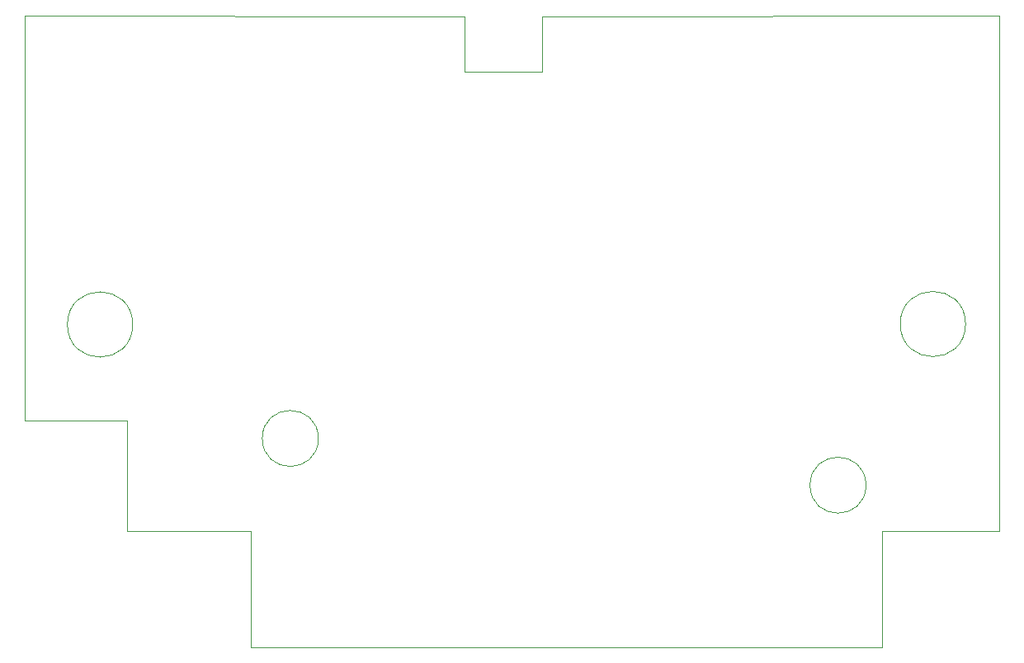
<source format=gbr>
%TF.GenerationSoftware,KiCad,Pcbnew,8.0.1*%
%TF.CreationDate,2024-04-23T05:18:21-03:00*%
%TF.ProjectId,pico-msxcart,7069636f-2d6d-4737-9863-6172742e6b69,rev?*%
%TF.SameCoordinates,Original*%
%TF.FileFunction,Profile,NP*%
%FSLAX46Y46*%
G04 Gerber Fmt 4.6, Leading zero omitted, Abs format (unit mm)*
G04 Created by KiCad (PCBNEW 8.0.1) date 2024-04-23 05:18:21*
%MOMM*%
%LPD*%
G01*
G04 APERTURE LIST*
%TA.AperFunction,Profile*%
%ADD10C,0.050000*%
%TD*%
G04 APERTURE END LIST*
D10*
X90106000Y-65907200D02*
X133656748Y-65936549D01*
X135286909Y-65937919D02*
X135280400Y-71628000D01*
X143205200Y-71628000D02*
X143205200Y-65989200D01*
X190116000Y-65907200D02*
X143205200Y-65989200D01*
X135280400Y-71628000D02*
X143205200Y-71628000D01*
X133656748Y-65936549D02*
X135286909Y-65937919D01*
%TO.C,J1*%
X90110400Y-107426200D02*
X90106000Y-65907200D01*
X100616000Y-107426200D02*
X90110400Y-107426200D01*
X100616000Y-118777200D02*
X100616000Y-107426200D01*
X113316000Y-118777200D02*
X100616000Y-118777200D01*
X113326000Y-130687200D02*
X113316000Y-118777200D01*
X178096000Y-118777200D02*
X178096000Y-130687200D01*
X178096000Y-130687200D02*
X113326000Y-130687200D01*
X190116000Y-65907200D02*
X190116000Y-118777200D01*
X190116000Y-118777200D02*
X178096000Y-118777200D01*
X101195284Y-97577200D02*
G75*
G02*
X94496716Y-97577200I-3349284J0D01*
G01*
X94496716Y-97577200D02*
G75*
G02*
X101195284Y-97577200I3349284J0D01*
G01*
X120240456Y-109277200D02*
G75*
G02*
X114491544Y-109277200I-2874456J0D01*
G01*
X114491544Y-109277200D02*
G75*
G02*
X120240456Y-109277200I2874456J0D01*
G01*
X176438716Y-114077200D02*
G75*
G02*
X170693284Y-114077200I-2872716J0D01*
G01*
X170693284Y-114077200D02*
G75*
G02*
X176438716Y-114077200I2872716J0D01*
G01*
X186656000Y-97527200D02*
G75*
G02*
X179957432Y-97527200I-3349284J0D01*
G01*
X179957432Y-97527200D02*
G75*
G02*
X186656000Y-97527200I3349284J0D01*
G01*
%TD*%
M02*

</source>
